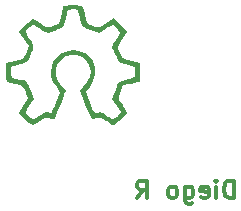
<source format=gbo>
G04 (created by PCBNEW (2013-07-07 BZR 4022)-stable) date 07/07/2014 09:14:03*
%MOIN*%
G04 Gerber Fmt 3.4, Leading zero omitted, Abs format*
%FSLAX34Y34*%
G01*
G70*
G90*
G04 APERTURE LIST*
%ADD10C,0.00590551*%
%ADD11C,0.011811*%
%ADD12C,0.0001*%
G04 APERTURE END LIST*
G54D10*
G54D11*
X26802Y-15439D02*
X26802Y-14848D01*
X26662Y-14848D01*
X26577Y-14876D01*
X26521Y-14932D01*
X26493Y-14989D01*
X26465Y-15101D01*
X26465Y-15185D01*
X26493Y-15298D01*
X26521Y-15354D01*
X26577Y-15410D01*
X26662Y-15439D01*
X26802Y-15439D01*
X26212Y-15439D02*
X26212Y-15045D01*
X26212Y-14848D02*
X26240Y-14876D01*
X26212Y-14904D01*
X26184Y-14876D01*
X26212Y-14848D01*
X26212Y-14904D01*
X25706Y-15410D02*
X25762Y-15439D01*
X25874Y-15439D01*
X25931Y-15410D01*
X25959Y-15354D01*
X25959Y-15129D01*
X25931Y-15073D01*
X25874Y-15045D01*
X25762Y-15045D01*
X25706Y-15073D01*
X25678Y-15129D01*
X25678Y-15185D01*
X25959Y-15242D01*
X25171Y-15045D02*
X25171Y-15523D01*
X25200Y-15579D01*
X25228Y-15607D01*
X25284Y-15635D01*
X25368Y-15635D01*
X25424Y-15607D01*
X25171Y-15410D02*
X25228Y-15439D01*
X25340Y-15439D01*
X25396Y-15410D01*
X25424Y-15382D01*
X25453Y-15326D01*
X25453Y-15157D01*
X25424Y-15101D01*
X25396Y-15073D01*
X25340Y-15045D01*
X25228Y-15045D01*
X25171Y-15073D01*
X24806Y-15439D02*
X24862Y-15410D01*
X24890Y-15382D01*
X24918Y-15326D01*
X24918Y-15157D01*
X24890Y-15101D01*
X24862Y-15073D01*
X24806Y-15045D01*
X24721Y-15045D01*
X24665Y-15073D01*
X24637Y-15101D01*
X24609Y-15157D01*
X24609Y-15326D01*
X24637Y-15382D01*
X24665Y-15410D01*
X24721Y-15439D01*
X24806Y-15439D01*
X23568Y-15439D02*
X23765Y-15157D01*
X23906Y-15439D02*
X23906Y-14848D01*
X23681Y-14848D01*
X23625Y-14876D01*
X23597Y-14904D01*
X23568Y-14960D01*
X23568Y-15045D01*
X23597Y-15101D01*
X23625Y-15129D01*
X23681Y-15157D01*
X23906Y-15157D01*
G54D12*
G36*
X23683Y-11546D02*
X23583Y-11570D01*
X23517Y-11585D01*
X23517Y-11230D01*
X23517Y-11050D01*
X23317Y-11006D01*
X23161Y-10969D01*
X23056Y-10933D01*
X22986Y-10889D01*
X22938Y-10828D01*
X22896Y-10742D01*
X22845Y-10625D01*
X22795Y-10514D01*
X22778Y-10477D01*
X22754Y-10419D01*
X22749Y-10371D01*
X22771Y-10314D01*
X22823Y-10230D01*
X22858Y-10177D01*
X22927Y-10074D01*
X22982Y-9990D01*
X23012Y-9943D01*
X23005Y-9896D01*
X22956Y-9819D01*
X22913Y-9767D01*
X22842Y-9690D01*
X22796Y-9656D01*
X22756Y-9658D01*
X22705Y-9688D01*
X22704Y-9689D01*
X22624Y-9740D01*
X22519Y-9807D01*
X22459Y-9844D01*
X22302Y-9942D01*
X22034Y-9833D01*
X21911Y-9782D01*
X21814Y-9737D01*
X21757Y-9706D01*
X21750Y-9700D01*
X21736Y-9656D01*
X21713Y-9566D01*
X21686Y-9447D01*
X21682Y-9430D01*
X21652Y-9308D01*
X21621Y-9213D01*
X21593Y-9162D01*
X21590Y-9160D01*
X21520Y-9139D01*
X21424Y-9135D01*
X21333Y-9147D01*
X21276Y-9173D01*
X21275Y-9175D01*
X21252Y-9227D01*
X21225Y-9324D01*
X21201Y-9439D01*
X21172Y-9560D01*
X21137Y-9658D01*
X21105Y-9709D01*
X21047Y-9745D01*
X20949Y-9794D01*
X20830Y-9847D01*
X20825Y-9849D01*
X20600Y-9943D01*
X20442Y-9845D01*
X20334Y-9777D01*
X20236Y-9715D01*
X20195Y-9688D01*
X20136Y-9654D01*
X20092Y-9654D01*
X20034Y-9693D01*
X20006Y-9717D01*
X19924Y-9796D01*
X19887Y-9868D01*
X19896Y-9949D01*
X19949Y-10055D01*
X20001Y-10135D01*
X20068Y-10238D01*
X20107Y-10319D01*
X20117Y-10395D01*
X20099Y-10485D01*
X20053Y-10604D01*
X20002Y-10717D01*
X19961Y-10805D01*
X19925Y-10868D01*
X19880Y-10911D01*
X19814Y-10943D01*
X19715Y-10970D01*
X19569Y-10999D01*
X19475Y-11018D01*
X19413Y-11033D01*
X19380Y-11060D01*
X19368Y-11118D01*
X19367Y-11220D01*
X19371Y-11322D01*
X19394Y-11390D01*
X19445Y-11433D01*
X19539Y-11461D01*
X19686Y-11484D01*
X19698Y-11486D01*
X19800Y-11506D01*
X19874Y-11532D01*
X19894Y-11546D01*
X19918Y-11592D01*
X19960Y-11684D01*
X20010Y-11804D01*
X20028Y-11849D01*
X20134Y-12114D01*
X20040Y-12265D01*
X19976Y-12367D01*
X19919Y-12457D01*
X19898Y-12491D01*
X19875Y-12537D01*
X19881Y-12579D01*
X19922Y-12635D01*
X19981Y-12697D01*
X20046Y-12763D01*
X20097Y-12798D01*
X20147Y-12800D01*
X20214Y-12769D01*
X20312Y-12703D01*
X20380Y-12654D01*
X20480Y-12588D01*
X20547Y-12561D01*
X20597Y-12565D01*
X20608Y-12571D01*
X20678Y-12592D01*
X20713Y-12589D01*
X20739Y-12554D01*
X20781Y-12472D01*
X20832Y-12360D01*
X20886Y-12232D01*
X20936Y-12105D01*
X20975Y-11994D01*
X20997Y-11917D01*
X21000Y-11896D01*
X20979Y-11851D01*
X20927Y-11778D01*
X20896Y-11740D01*
X20776Y-11570D01*
X20713Y-11390D01*
X20700Y-11233D01*
X20729Y-11022D01*
X20810Y-10840D01*
X20932Y-10693D01*
X21088Y-10584D01*
X21266Y-10517D01*
X21457Y-10496D01*
X21651Y-10525D01*
X21840Y-10608D01*
X21972Y-10708D01*
X22093Y-10860D01*
X22166Y-11048D01*
X22183Y-11136D01*
X22184Y-11338D01*
X22124Y-11533D01*
X22001Y-11728D01*
X21999Y-11730D01*
X21866Y-11898D01*
X21968Y-12153D01*
X22038Y-12328D01*
X22091Y-12449D01*
X22133Y-12526D01*
X22170Y-12567D01*
X22209Y-12583D01*
X22257Y-12581D01*
X22275Y-12579D01*
X22352Y-12577D01*
X22430Y-12604D01*
X22533Y-12668D01*
X22550Y-12681D01*
X22646Y-12744D01*
X22728Y-12787D01*
X22768Y-12800D01*
X22821Y-12777D01*
X22895Y-12720D01*
X22932Y-12685D01*
X23043Y-12570D01*
X22899Y-12348D01*
X22754Y-12127D01*
X22815Y-11972D01*
X22864Y-11843D01*
X22912Y-11712D01*
X22924Y-11676D01*
X22956Y-11596D01*
X22995Y-11550D01*
X23059Y-11521D01*
X23162Y-11498D01*
X23317Y-11465D01*
X23419Y-11439D01*
X23479Y-11411D01*
X23507Y-11371D01*
X23516Y-11312D01*
X23517Y-11230D01*
X23517Y-11585D01*
X23493Y-11591D01*
X23371Y-11617D01*
X23293Y-11633D01*
X23103Y-11671D01*
X23035Y-11853D01*
X22997Y-11963D01*
X22973Y-12053D01*
X22967Y-12093D01*
X22984Y-12148D01*
X23031Y-12238D01*
X23096Y-12344D01*
X23100Y-12350D01*
X23165Y-12453D01*
X23213Y-12536D01*
X23233Y-12583D01*
X23233Y-12584D01*
X23210Y-12626D01*
X23150Y-12697D01*
X23067Y-12783D01*
X22975Y-12869D01*
X22890Y-12943D01*
X22825Y-12990D01*
X22801Y-13000D01*
X22752Y-12983D01*
X22665Y-12937D01*
X22559Y-12872D01*
X22546Y-12864D01*
X22437Y-12795D01*
X22364Y-12758D01*
X22310Y-12747D01*
X22254Y-12758D01*
X22218Y-12770D01*
X22121Y-12794D01*
X22068Y-12782D01*
X22044Y-12740D01*
X22000Y-12650D01*
X21944Y-12525D01*
X21883Y-12383D01*
X21800Y-12187D01*
X21741Y-12043D01*
X21702Y-11942D01*
X21684Y-11873D01*
X21685Y-11827D01*
X21702Y-11793D01*
X21736Y-11762D01*
X21783Y-11725D01*
X21783Y-11724D01*
X21923Y-11571D01*
X22004Y-11395D01*
X22026Y-11205D01*
X21984Y-11013D01*
X21970Y-10980D01*
X21868Y-10829D01*
X21728Y-10721D01*
X21564Y-10660D01*
X21390Y-10647D01*
X21220Y-10688D01*
X21074Y-10779D01*
X20946Y-10931D01*
X20877Y-11104D01*
X20866Y-11286D01*
X20915Y-11468D01*
X21022Y-11638D01*
X21079Y-11698D01*
X21149Y-11773D01*
X21193Y-11837D01*
X21200Y-11859D01*
X21187Y-11909D01*
X21154Y-12005D01*
X21105Y-12134D01*
X21046Y-12282D01*
X20984Y-12433D01*
X20924Y-12574D01*
X20872Y-12690D01*
X20834Y-12768D01*
X20820Y-12790D01*
X20779Y-12811D01*
X20713Y-12795D01*
X20675Y-12778D01*
X20618Y-12752D01*
X20571Y-12746D01*
X20516Y-12764D01*
X20436Y-12811D01*
X20356Y-12862D01*
X20248Y-12929D01*
X20157Y-12978D01*
X20101Y-12999D01*
X20097Y-13000D01*
X20052Y-12977D01*
X19976Y-12917D01*
X19882Y-12831D01*
X19841Y-12791D01*
X19634Y-12582D01*
X19783Y-12359D01*
X19854Y-12249D01*
X19906Y-12157D01*
X19932Y-12100D01*
X19933Y-12093D01*
X19918Y-12017D01*
X19882Y-11913D01*
X19833Y-11806D01*
X19784Y-11719D01*
X19752Y-11680D01*
X19686Y-11652D01*
X19584Y-11626D01*
X19522Y-11615D01*
X19376Y-11594D01*
X19283Y-11568D01*
X19230Y-11525D01*
X19206Y-11450D01*
X19200Y-11330D01*
X19200Y-11236D01*
X19203Y-11101D01*
X19211Y-10994D01*
X19223Y-10929D01*
X19229Y-10919D01*
X19275Y-10903D01*
X19367Y-10880D01*
X19486Y-10853D01*
X19502Y-10849D01*
X19626Y-10820D01*
X19726Y-10790D01*
X19783Y-10766D01*
X19786Y-10764D01*
X19820Y-10716D01*
X19866Y-10628D01*
X19899Y-10551D01*
X19972Y-10372D01*
X19802Y-10129D01*
X19631Y-9887D01*
X19840Y-9677D01*
X19940Y-9582D01*
X20029Y-9510D01*
X20093Y-9470D01*
X20109Y-9467D01*
X20165Y-9485D01*
X20254Y-9535D01*
X20355Y-9604D01*
X20481Y-9689D01*
X20580Y-9730D01*
X20676Y-9731D01*
X20790Y-9695D01*
X20841Y-9674D01*
X20927Y-9632D01*
X20977Y-9589D01*
X21007Y-9524D01*
X21032Y-9415D01*
X21032Y-9411D01*
X21058Y-9286D01*
X21083Y-9171D01*
X21095Y-9117D01*
X21119Y-9017D01*
X21413Y-9007D01*
X21569Y-9006D01*
X21685Y-9015D01*
X21748Y-9032D01*
X21750Y-9034D01*
X21777Y-9083D01*
X21807Y-9178D01*
X21834Y-9300D01*
X21835Y-9310D01*
X21865Y-9458D01*
X21901Y-9557D01*
X21956Y-9622D01*
X22041Y-9672D01*
X22120Y-9705D01*
X22199Y-9732D01*
X22262Y-9744D01*
X22323Y-9733D01*
X22399Y-9697D01*
X22502Y-9630D01*
X22610Y-9556D01*
X22803Y-9421D01*
X23018Y-9635D01*
X23113Y-9733D01*
X23187Y-9815D01*
X23228Y-9870D01*
X23233Y-9883D01*
X23216Y-9925D01*
X23169Y-10006D01*
X23103Y-10111D01*
X23083Y-10141D01*
X23013Y-10249D01*
X22961Y-10336D01*
X22934Y-10389D01*
X22933Y-10395D01*
X22946Y-10439D01*
X22979Y-10524D01*
X23015Y-10610D01*
X23063Y-10712D01*
X23105Y-10771D01*
X23164Y-10804D01*
X23261Y-10827D01*
X23290Y-10833D01*
X23415Y-10859D01*
X23530Y-10884D01*
X23583Y-10896D01*
X23683Y-10921D01*
X23683Y-11233D01*
X23683Y-11546D01*
X23683Y-11546D01*
X23683Y-11546D01*
G37*
M02*

</source>
